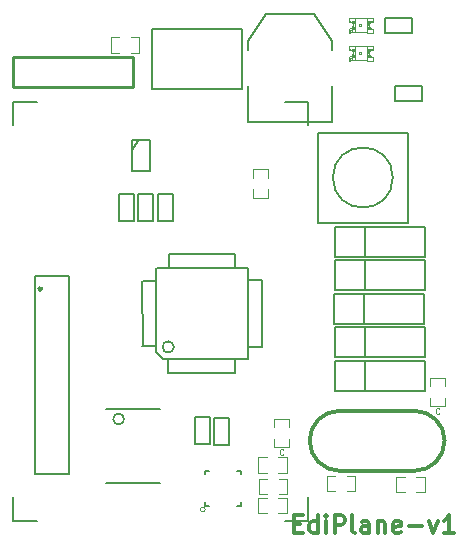
<source format=gto>
G04 (created by PCBNEW (2013-07-07 BZR 4022)-stable) date 9/14/2015 5:12:49 PM*
%MOIN*%
G04 Gerber Fmt 3.4, Leading zero omitted, Abs format*
%FSLAX34Y34*%
G01*
G70*
G90*
G04 APERTURE LIST*
%ADD10C,0.00590551*%
%ADD11C,0.011811*%
%ADD12C,0.006*%
%ADD13C,0.005*%
%ADD14C,0.008*%
%ADD15C,0.0047*%
%ADD16C,4.72441e-006*%
%ADD17C,0.01*%
%ADD18C,0.0026*%
%ADD19C,0.004*%
%ADD20C,0.002*%
%ADD21C,0.0125*%
%ADD22C,0.012*%
%ADD23C,0.0019685*%
%ADD24C,0.003*%
%ADD25C,0.0045*%
G04 APERTURE END LIST*
G54D10*
G54D11*
X36517Y-35988D02*
X36714Y-35988D01*
X36799Y-36298D02*
X36517Y-36298D01*
X36517Y-35707D01*
X36799Y-35707D01*
X37305Y-36298D02*
X37305Y-35707D01*
X37305Y-36269D02*
X37249Y-36298D01*
X37136Y-36298D01*
X37080Y-36269D01*
X37052Y-36241D01*
X37024Y-36185D01*
X37024Y-36016D01*
X37052Y-35960D01*
X37080Y-35932D01*
X37136Y-35904D01*
X37249Y-35904D01*
X37305Y-35932D01*
X37586Y-36298D02*
X37586Y-35904D01*
X37586Y-35707D02*
X37558Y-35735D01*
X37586Y-35763D01*
X37614Y-35735D01*
X37586Y-35707D01*
X37586Y-35763D01*
X37867Y-36298D02*
X37867Y-35707D01*
X38092Y-35707D01*
X38149Y-35735D01*
X38177Y-35763D01*
X38205Y-35820D01*
X38205Y-35904D01*
X38177Y-35960D01*
X38149Y-35988D01*
X38092Y-36016D01*
X37867Y-36016D01*
X38542Y-36298D02*
X38486Y-36269D01*
X38458Y-36213D01*
X38458Y-35707D01*
X39020Y-36298D02*
X39020Y-35988D01*
X38992Y-35932D01*
X38936Y-35904D01*
X38823Y-35904D01*
X38767Y-35932D01*
X39020Y-36269D02*
X38964Y-36298D01*
X38823Y-36298D01*
X38767Y-36269D01*
X38739Y-36213D01*
X38739Y-36157D01*
X38767Y-36101D01*
X38823Y-36073D01*
X38964Y-36073D01*
X39020Y-36044D01*
X39302Y-35904D02*
X39302Y-36298D01*
X39302Y-35960D02*
X39330Y-35932D01*
X39386Y-35904D01*
X39470Y-35904D01*
X39526Y-35932D01*
X39555Y-35988D01*
X39555Y-36298D01*
X40061Y-36269D02*
X40005Y-36298D01*
X39892Y-36298D01*
X39836Y-36269D01*
X39808Y-36213D01*
X39808Y-35988D01*
X39836Y-35932D01*
X39892Y-35904D01*
X40005Y-35904D01*
X40061Y-35932D01*
X40089Y-35988D01*
X40089Y-36044D01*
X39808Y-36101D01*
X40342Y-36073D02*
X40792Y-36073D01*
X41017Y-35904D02*
X41158Y-36298D01*
X41298Y-35904D01*
X41832Y-36298D02*
X41495Y-36298D01*
X41664Y-36298D02*
X41664Y-35707D01*
X41607Y-35791D01*
X41551Y-35848D01*
X41495Y-35876D01*
G54D12*
X32043Y-34638D02*
X30246Y-34638D01*
X30246Y-32146D02*
X32043Y-32146D01*
X30845Y-32496D02*
G75*
G03X30845Y-32496I-180J0D01*
G74*
G01*
X34530Y-26993D02*
X34530Y-27443D01*
X32350Y-26993D02*
X32350Y-27433D01*
X34530Y-26993D02*
X32350Y-26993D01*
X35000Y-27873D02*
X35430Y-27873D01*
X35010Y-30083D02*
X35430Y-30083D01*
X35430Y-30093D02*
X35440Y-27873D01*
X31460Y-30073D02*
X31450Y-27903D01*
X32150Y-30503D02*
X34980Y-30503D01*
X31460Y-27893D02*
X31870Y-27893D01*
X31910Y-30253D02*
X31910Y-27473D01*
X34990Y-27453D02*
X31950Y-27453D01*
X34990Y-30503D02*
X34990Y-27503D01*
X32320Y-30953D02*
X34540Y-30953D01*
X34540Y-30953D02*
X34540Y-30503D01*
X32140Y-30499D02*
X31910Y-30269D01*
X32320Y-30951D02*
X32320Y-30499D01*
X31910Y-30073D02*
X31458Y-30073D01*
X32502Y-30091D02*
G75*
G03X32502Y-30091I-188J0D01*
G74*
G01*
G54D13*
X39805Y-24443D02*
G75*
G03X39805Y-24443I-1000J0D01*
G74*
G01*
X37305Y-22943D02*
X40305Y-22943D01*
X40305Y-22943D02*
X40305Y-25943D01*
X40305Y-25943D02*
X37305Y-25943D01*
X37305Y-22943D02*
X37305Y-25943D01*
X31125Y-23512D02*
X31325Y-23212D01*
X31125Y-24212D02*
X31125Y-23187D01*
X31125Y-23187D02*
X31725Y-23187D01*
X31725Y-23187D02*
X31725Y-24212D01*
X31725Y-24212D02*
X31125Y-24212D01*
G54D14*
X34967Y-21402D02*
X34967Y-22602D01*
X34967Y-22602D02*
X37767Y-22602D01*
X37767Y-22602D02*
X37767Y-21402D01*
X34967Y-20202D02*
X34967Y-19902D01*
X34967Y-19902D02*
X35567Y-19002D01*
X35567Y-19002D02*
X37167Y-19002D01*
X37167Y-19002D02*
X37767Y-19902D01*
X37767Y-19902D02*
X37767Y-20202D01*
G54D15*
X35990Y-34280D02*
X36265Y-34280D01*
X35596Y-34280D02*
X35321Y-34280D01*
X35990Y-33768D02*
X36265Y-33768D01*
X35321Y-33768D02*
X35596Y-33768D01*
X36265Y-33774D02*
X36265Y-34274D01*
X35321Y-34274D02*
X35321Y-33774D01*
X31072Y-20278D02*
X31347Y-20278D01*
X30678Y-20278D02*
X30403Y-20278D01*
X31072Y-19766D02*
X31347Y-19766D01*
X30403Y-19766D02*
X30678Y-19766D01*
X31347Y-19772D02*
X31347Y-20272D01*
X30403Y-20272D02*
X30403Y-19772D01*
X36351Y-32765D02*
X36351Y-32490D01*
X36351Y-33159D02*
X36351Y-33434D01*
X35839Y-32765D02*
X35839Y-32490D01*
X35839Y-33434D02*
X35839Y-33159D01*
X35845Y-32490D02*
X36345Y-32490D01*
X36345Y-33434D02*
X35845Y-33434D01*
X41548Y-31399D02*
X41548Y-31124D01*
X41548Y-31793D02*
X41548Y-32068D01*
X41036Y-31399D02*
X41036Y-31124D01*
X41036Y-32068D02*
X41036Y-31793D01*
X41042Y-31124D02*
X41542Y-31124D01*
X41542Y-32068D02*
X41042Y-32068D01*
X35988Y-35637D02*
X36263Y-35637D01*
X35594Y-35637D02*
X35319Y-35637D01*
X35988Y-35125D02*
X36263Y-35125D01*
X35319Y-35125D02*
X35594Y-35125D01*
X36263Y-35131D02*
X36263Y-35631D01*
X35319Y-35631D02*
X35319Y-35131D01*
X35130Y-24838D02*
X35130Y-25113D01*
X35130Y-24444D02*
X35130Y-24169D01*
X35642Y-24838D02*
X35642Y-25113D01*
X35642Y-24169D02*
X35642Y-24444D01*
X35636Y-25113D02*
X35136Y-25113D01*
X35136Y-24169D02*
X35636Y-24169D01*
X35606Y-34478D02*
X35331Y-34478D01*
X36000Y-34478D02*
X36275Y-34478D01*
X35606Y-34990D02*
X35331Y-34990D01*
X36275Y-34990D02*
X36000Y-34990D01*
X35331Y-34984D02*
X35331Y-34484D01*
X36275Y-34484D02*
X36275Y-34984D01*
X40197Y-34429D02*
X39922Y-34429D01*
X40591Y-34429D02*
X40866Y-34429D01*
X40197Y-34941D02*
X39922Y-34941D01*
X40866Y-34941D02*
X40591Y-34941D01*
X39922Y-34935D02*
X39922Y-34435D01*
X40866Y-34435D02*
X40866Y-34935D01*
X37883Y-34396D02*
X37608Y-34396D01*
X38277Y-34396D02*
X38552Y-34396D01*
X37883Y-34908D02*
X37608Y-34908D01*
X38552Y-34908D02*
X38277Y-34908D01*
X37608Y-34902D02*
X37608Y-34402D01*
X38552Y-34402D02*
X38552Y-34902D01*
G54D13*
X33853Y-33355D02*
X33853Y-32455D01*
X33853Y-32455D02*
X34353Y-32455D01*
X34353Y-32455D02*
X34353Y-33355D01*
X34353Y-33355D02*
X33853Y-33355D01*
X40785Y-21902D02*
X39885Y-21902D01*
X39885Y-21902D02*
X39885Y-21402D01*
X39885Y-21402D02*
X40785Y-21402D01*
X40785Y-21402D02*
X40785Y-21902D01*
X40440Y-19624D02*
X39540Y-19624D01*
X39540Y-19624D02*
X39540Y-19124D01*
X39540Y-19124D02*
X40440Y-19124D01*
X40440Y-19124D02*
X40440Y-19624D01*
X33723Y-32434D02*
X33723Y-33334D01*
X33723Y-33334D02*
X33223Y-33334D01*
X33223Y-33334D02*
X33223Y-32434D01*
X33223Y-32434D02*
X33723Y-32434D01*
X31168Y-25007D02*
X31168Y-25907D01*
X31168Y-25907D02*
X30668Y-25907D01*
X30668Y-25907D02*
X30668Y-25007D01*
X30668Y-25007D02*
X31168Y-25007D01*
X31819Y-25007D02*
X31819Y-25907D01*
X31819Y-25907D02*
X31319Y-25907D01*
X31319Y-25907D02*
X31319Y-25007D01*
X31319Y-25007D02*
X31819Y-25007D01*
X32477Y-25007D02*
X32477Y-25907D01*
X32477Y-25907D02*
X31977Y-25907D01*
X31977Y-25907D02*
X31977Y-25007D01*
X31977Y-25007D02*
X32477Y-25007D01*
X33667Y-35393D02*
X33549Y-35393D01*
X33549Y-35393D02*
X33549Y-35274D01*
X33549Y-34330D02*
X33549Y-34211D01*
X34730Y-34330D02*
X34730Y-34211D01*
X34730Y-35393D02*
X34730Y-35274D01*
X34730Y-35393D02*
X34612Y-35393D01*
X34730Y-34211D02*
X34612Y-34211D01*
X33667Y-34211D02*
X33549Y-34211D01*
G54D16*
X33549Y-35511D02*
G75*
G03X33549Y-35511I-78J0D01*
G74*
G01*
G54D17*
X27130Y-20416D02*
X31130Y-20416D01*
X27130Y-21416D02*
X31130Y-21416D01*
X31130Y-21416D02*
X31130Y-20416D01*
X27130Y-20416D02*
X27130Y-21416D01*
G54D18*
X38548Y-20180D02*
X38548Y-20052D01*
X38548Y-20052D02*
X38351Y-20052D01*
X38351Y-20180D02*
X38351Y-20052D01*
X38548Y-20180D02*
X38351Y-20180D01*
X38548Y-20425D02*
X38548Y-20366D01*
X38548Y-20366D02*
X38449Y-20366D01*
X38449Y-20425D02*
X38449Y-20366D01*
X38548Y-20425D02*
X38449Y-20425D01*
X38548Y-20230D02*
X38548Y-20171D01*
X38548Y-20171D02*
X38449Y-20171D01*
X38449Y-20230D02*
X38449Y-20171D01*
X38548Y-20230D02*
X38449Y-20230D01*
X38548Y-20376D02*
X38548Y-20220D01*
X38548Y-20220D02*
X38479Y-20220D01*
X38479Y-20376D02*
X38479Y-20220D01*
X38548Y-20376D02*
X38479Y-20376D01*
X39137Y-20180D02*
X39137Y-20052D01*
X39137Y-20052D02*
X38940Y-20052D01*
X38940Y-20180D02*
X38940Y-20052D01*
X39137Y-20180D02*
X38940Y-20180D01*
X39137Y-20544D02*
X39137Y-20416D01*
X39137Y-20416D02*
X38940Y-20416D01*
X38940Y-20544D02*
X38940Y-20416D01*
X39137Y-20544D02*
X38940Y-20544D01*
X39039Y-20230D02*
X39039Y-20171D01*
X39039Y-20171D02*
X38940Y-20171D01*
X38940Y-20230D02*
X38940Y-20171D01*
X39039Y-20230D02*
X38940Y-20230D01*
X39039Y-20425D02*
X39039Y-20366D01*
X39039Y-20366D02*
X38940Y-20366D01*
X38940Y-20425D02*
X38940Y-20366D01*
X39039Y-20425D02*
X38940Y-20425D01*
X39009Y-20376D02*
X39009Y-20220D01*
X39009Y-20220D02*
X38940Y-20220D01*
X38940Y-20376D02*
X38940Y-20220D01*
X39009Y-20376D02*
X38940Y-20376D01*
X38744Y-20337D02*
X38744Y-20259D01*
X38744Y-20259D02*
X38666Y-20259D01*
X38666Y-20337D02*
X38666Y-20259D01*
X38744Y-20337D02*
X38666Y-20337D01*
X38548Y-20534D02*
X38548Y-20416D01*
X38548Y-20416D02*
X38430Y-20416D01*
X38430Y-20534D02*
X38430Y-20416D01*
X38548Y-20534D02*
X38430Y-20534D01*
X38380Y-20544D02*
X38380Y-20455D01*
X38380Y-20455D02*
X38351Y-20455D01*
X38351Y-20544D02*
X38351Y-20455D01*
X38380Y-20544D02*
X38351Y-20544D01*
G54D19*
X38538Y-20072D02*
X38950Y-20072D01*
X38940Y-20524D02*
X38380Y-20524D01*
G54D20*
X38438Y-20475D02*
G75*
G03X38438Y-20475I-28J0D01*
G74*
G01*
G54D19*
X38351Y-20435D02*
G75*
G03X38351Y-20161I0J137D01*
G74*
G01*
X39137Y-20161D02*
G75*
G03X39137Y-20435I0J-137D01*
G74*
G01*
G54D18*
X38548Y-19249D02*
X38548Y-19121D01*
X38548Y-19121D02*
X38351Y-19121D01*
X38351Y-19249D02*
X38351Y-19121D01*
X38548Y-19249D02*
X38351Y-19249D01*
X38548Y-19494D02*
X38548Y-19435D01*
X38548Y-19435D02*
X38449Y-19435D01*
X38449Y-19494D02*
X38449Y-19435D01*
X38548Y-19494D02*
X38449Y-19494D01*
X38548Y-19299D02*
X38548Y-19240D01*
X38548Y-19240D02*
X38449Y-19240D01*
X38449Y-19299D02*
X38449Y-19240D01*
X38548Y-19299D02*
X38449Y-19299D01*
X38548Y-19445D02*
X38548Y-19289D01*
X38548Y-19289D02*
X38479Y-19289D01*
X38479Y-19445D02*
X38479Y-19289D01*
X38548Y-19445D02*
X38479Y-19445D01*
X39137Y-19249D02*
X39137Y-19121D01*
X39137Y-19121D02*
X38940Y-19121D01*
X38940Y-19249D02*
X38940Y-19121D01*
X39137Y-19249D02*
X38940Y-19249D01*
X39137Y-19613D02*
X39137Y-19485D01*
X39137Y-19485D02*
X38940Y-19485D01*
X38940Y-19613D02*
X38940Y-19485D01*
X39137Y-19613D02*
X38940Y-19613D01*
X39039Y-19299D02*
X39039Y-19240D01*
X39039Y-19240D02*
X38940Y-19240D01*
X38940Y-19299D02*
X38940Y-19240D01*
X39039Y-19299D02*
X38940Y-19299D01*
X39039Y-19494D02*
X39039Y-19435D01*
X39039Y-19435D02*
X38940Y-19435D01*
X38940Y-19494D02*
X38940Y-19435D01*
X39039Y-19494D02*
X38940Y-19494D01*
X39009Y-19445D02*
X39009Y-19289D01*
X39009Y-19289D02*
X38940Y-19289D01*
X38940Y-19445D02*
X38940Y-19289D01*
X39009Y-19445D02*
X38940Y-19445D01*
X38744Y-19406D02*
X38744Y-19328D01*
X38744Y-19328D02*
X38666Y-19328D01*
X38666Y-19406D02*
X38666Y-19328D01*
X38744Y-19406D02*
X38666Y-19406D01*
X38548Y-19603D02*
X38548Y-19485D01*
X38548Y-19485D02*
X38430Y-19485D01*
X38430Y-19603D02*
X38430Y-19485D01*
X38548Y-19603D02*
X38430Y-19603D01*
X38380Y-19613D02*
X38380Y-19524D01*
X38380Y-19524D02*
X38351Y-19524D01*
X38351Y-19613D02*
X38351Y-19524D01*
X38380Y-19613D02*
X38351Y-19613D01*
G54D19*
X38538Y-19141D02*
X38950Y-19141D01*
X38940Y-19593D02*
X38380Y-19593D01*
G54D20*
X38438Y-19544D02*
G75*
G03X38438Y-19544I-28J0D01*
G74*
G01*
G54D19*
X38351Y-19504D02*
G75*
G03X38351Y-19230I0J137D01*
G74*
G01*
X39137Y-19230D02*
G75*
G03X39137Y-19504I0J-137D01*
G74*
G01*
G54D21*
X40530Y-32217D02*
X38030Y-32217D01*
X40530Y-34217D02*
X38030Y-34217D01*
X37030Y-33217D02*
G75*
G03X38030Y-34217I1000J0D01*
G74*
G01*
X38030Y-32217D02*
G75*
G03X37030Y-33217I0J-1000D01*
G74*
G01*
X40530Y-34217D02*
G75*
G03X41530Y-33217I0J1000D01*
G74*
G01*
X41530Y-33217D02*
G75*
G03X40530Y-32217I-1000J0D01*
G74*
G01*
G54D14*
X27877Y-34330D02*
X27877Y-27715D01*
X27877Y-27715D02*
X29011Y-27715D01*
X29011Y-27715D02*
X29011Y-34330D01*
X29011Y-34330D02*
X27877Y-34330D01*
X27145Y-21916D02*
X27932Y-21916D01*
X36200Y-21916D02*
X36987Y-21916D01*
X36987Y-21916D02*
X36987Y-22704D01*
X36987Y-35105D02*
X36987Y-35892D01*
X36987Y-35892D02*
X36200Y-35892D01*
X27932Y-35892D02*
X27145Y-35892D01*
X27145Y-35892D02*
X27145Y-35105D01*
X27145Y-22704D02*
X27145Y-21916D01*
G54D22*
X28089Y-28148D02*
G75*
G03X28089Y-28148I-39J0D01*
G74*
G01*
G54D14*
X34791Y-21480D02*
X31791Y-21480D01*
X31791Y-19480D02*
X34791Y-19480D01*
X34791Y-19480D02*
X34791Y-21480D01*
X31791Y-21480D02*
X31791Y-19480D01*
G54D12*
X37874Y-31566D02*
X37874Y-30566D01*
X37874Y-30566D02*
X40874Y-30566D01*
X40874Y-30566D02*
X40874Y-31566D01*
X40874Y-31566D02*
X37874Y-31566D01*
X38874Y-30566D02*
X38874Y-31566D01*
X37870Y-30429D02*
X37870Y-29429D01*
X37870Y-29429D02*
X40870Y-29429D01*
X40870Y-29429D02*
X40870Y-30429D01*
X40870Y-30429D02*
X37870Y-30429D01*
X38870Y-29429D02*
X38870Y-30429D01*
X37838Y-29311D02*
X37838Y-28311D01*
X37838Y-28311D02*
X40838Y-28311D01*
X40838Y-28311D02*
X40838Y-29311D01*
X40838Y-29311D02*
X37838Y-29311D01*
X38838Y-28311D02*
X38838Y-29311D01*
X37862Y-28177D02*
X37862Y-27177D01*
X37862Y-27177D02*
X40862Y-27177D01*
X40862Y-27177D02*
X40862Y-28177D01*
X40862Y-28177D02*
X37862Y-28177D01*
X38862Y-27177D02*
X38862Y-28177D01*
X37885Y-27078D02*
X37885Y-26078D01*
X37885Y-26078D02*
X40885Y-26078D01*
X40885Y-26078D02*
X40885Y-27078D01*
X40885Y-27078D02*
X37885Y-27078D01*
X38885Y-26078D02*
X38885Y-27078D01*
G54D23*
G54D14*
G54D24*
G54D14*
G54D10*
G54D25*
X36150Y-33674D02*
X36142Y-33683D01*
X36116Y-33693D01*
X36099Y-33693D01*
X36073Y-33683D01*
X36056Y-33664D01*
X36047Y-33645D01*
X36039Y-33607D01*
X36039Y-33579D01*
X36047Y-33541D01*
X36056Y-33522D01*
X36073Y-33502D01*
X36099Y-33493D01*
X36116Y-33493D01*
X36142Y-33502D01*
X36150Y-33512D01*
X41347Y-32308D02*
X41339Y-32317D01*
X41313Y-32327D01*
X41296Y-32327D01*
X41270Y-32317D01*
X41253Y-32298D01*
X41244Y-32279D01*
X41236Y-32241D01*
X41236Y-32213D01*
X41244Y-32175D01*
X41253Y-32156D01*
X41270Y-32136D01*
X41296Y-32127D01*
X41313Y-32127D01*
X41339Y-32136D01*
X41347Y-32146D01*
G54D23*
G54D13*
G54D22*
M02*

</source>
